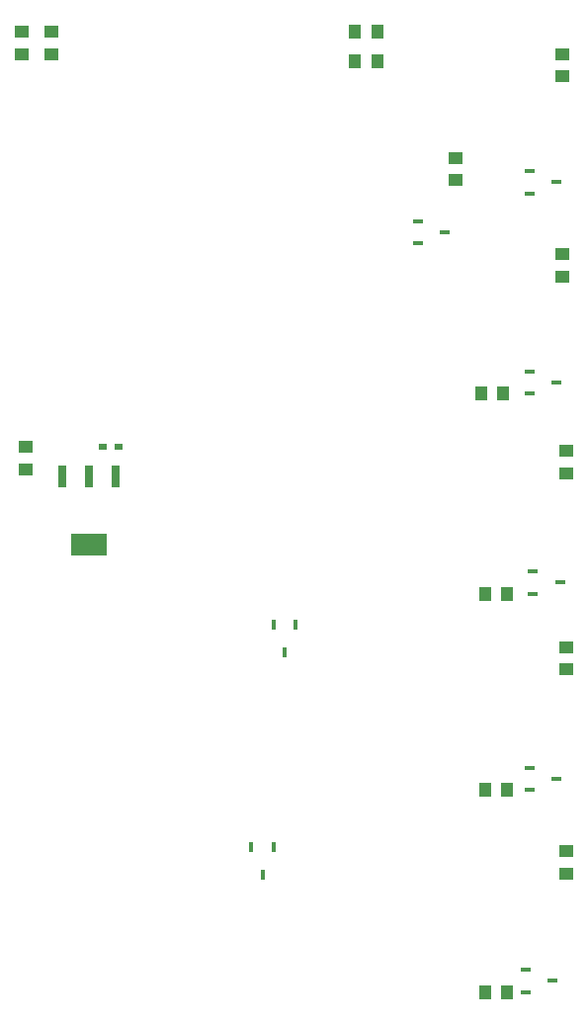
<source format=gbr>
G04 DipTrace 3.3.1.3*
G04 BottomPaste.gbr*
%MOMM*%
G04 #@! TF.FileFunction,Paste,Bot*
G04 #@! TF.Part,Single*
%ADD52R,3.05X1.95*%
%ADD54R,0.75X1.95*%
%ADD58R,1.1X1.3*%
%ADD60R,0.45X0.85*%
%ADD66R,0.85X0.45*%
%ADD74R,0.7X0.5*%
%ADD84R,1.3X1.1*%
%FSLAX35Y35*%
G04*
G71*
G90*
G75*
G01*
G04 BotPaste*
%LPD*%
D84*
X2270000Y10366250D3*
Y10176250D3*
X2301750Y6810250D3*
Y6620250D3*
X5984750Y9096250D3*
Y9286250D3*
D74*
X2968500Y6810250D3*
X3098500D3*
D66*
X6619750Y8985123D3*
Y9175123D3*
X6849750Y9080123D3*
X5667250Y8556500D3*
Y8746500D3*
X5897250Y8651500D3*
X6619750Y7270623D3*
Y7460623D3*
X6849750Y7365623D3*
X6651500Y5556123D3*
Y5746123D3*
X6881500Y5651123D3*
X6619750Y3873373D3*
Y4063373D3*
X6849750Y3968373D3*
X6588000Y2143000D3*
Y2333000D3*
X6818000Y2238000D3*
D60*
X4429000Y5286250D3*
X4619000D3*
X4524000Y5056250D3*
X4238500Y3381250D3*
X4428500D3*
X4333500Y3151250D3*
D84*
X2524000Y10366750D3*
Y10176750D3*
X6905500Y9985250D3*
Y10175250D3*
Y8270750D3*
Y8460750D3*
X6937250Y6588000D3*
Y6778000D3*
X6937000Y4905500D3*
Y5095500D3*
Y3159250D3*
Y3349250D3*
D58*
X5127500Y10366250D3*
X5317500D3*
X6207000Y7270623D3*
X6397000D3*
X6238750Y5556123D3*
X6428750D3*
X6238750Y3873373D3*
X6428750D3*
X6238750Y2143000D3*
X6428750D3*
X5127500Y10112250D3*
X5317500D3*
D54*
X2619250Y6556250D3*
X2849250D3*
X3079250D3*
D52*
X2849250Y5976250D3*
M02*

</source>
